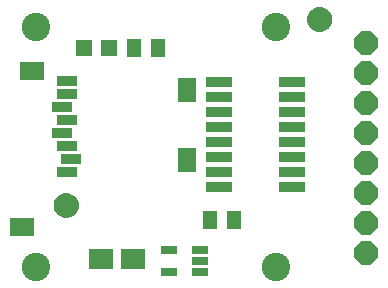
<source format=gbr>
G04 EAGLE Gerber RS-274X export*
G75*
%MOMM*%
%FSLAX34Y34*%
%LPD*%
%INSoldermask Top*%
%IPPOS*%
%AMOC8*
5,1,8,0,0,1.08239X$1,22.5*%
G01*
%ADD10C,2.403200*%
%ADD11R,2.235200X0.863600*%
%ADD12R,2.103200X1.603200*%
%ADD13R,1.603200X2.003200*%
%ADD14R,1.703200X0.903200*%
%ADD15R,1.403200X0.753200*%
%ADD16R,2.153200X1.703200*%
%ADD17R,1.303200X1.603200*%
%ADD18P,2.144431X8X202.500000*%
%ADD19R,1.403200X1.403200*%

G36*
X267222Y224470D02*
X267222Y224470D01*
X267265Y224482D01*
X267331Y224489D01*
X269014Y224940D01*
X269055Y224959D01*
X269118Y224978D01*
X270698Y225715D01*
X270735Y225741D01*
X270794Y225770D01*
X272222Y226770D01*
X272253Y226802D01*
X272306Y226841D01*
X273539Y228074D01*
X273564Y228110D01*
X273610Y228158D01*
X274610Y229586D01*
X274628Y229627D01*
X274665Y229682D01*
X275402Y231262D01*
X275413Y231305D01*
X275440Y231366D01*
X275891Y233049D01*
X275893Y233081D01*
X275900Y233102D01*
X275900Y233117D01*
X275910Y233158D01*
X276062Y234895D01*
X276058Y234939D01*
X276062Y235005D01*
X275910Y236742D01*
X275898Y236785D01*
X275891Y236851D01*
X275440Y238534D01*
X275421Y238575D01*
X275402Y238638D01*
X274665Y240218D01*
X274639Y240255D01*
X274610Y240314D01*
X273610Y241742D01*
X273578Y241773D01*
X273539Y241826D01*
X272306Y243059D01*
X272270Y243084D01*
X272222Y243130D01*
X270794Y244130D01*
X270753Y244148D01*
X270698Y244185D01*
X269118Y244922D01*
X269075Y244933D01*
X269014Y244960D01*
X267331Y245411D01*
X267286Y245414D01*
X267222Y245430D01*
X265485Y245582D01*
X265441Y245578D01*
X265375Y245582D01*
X263638Y245430D01*
X263595Y245418D01*
X263529Y245411D01*
X261846Y244960D01*
X261805Y244941D01*
X261742Y244922D01*
X260162Y244185D01*
X260125Y244159D01*
X260066Y244130D01*
X258638Y243130D01*
X258607Y243098D01*
X258554Y243059D01*
X257321Y241826D01*
X257296Y241790D01*
X257250Y241742D01*
X256250Y240314D01*
X256232Y240273D01*
X256195Y240218D01*
X255458Y238638D01*
X255447Y238595D01*
X255420Y238534D01*
X254969Y236851D01*
X254966Y236806D01*
X254950Y236742D01*
X254798Y235005D01*
X254802Y234961D01*
X254798Y234895D01*
X254950Y233158D01*
X254962Y233115D01*
X254966Y233081D01*
X254966Y233065D01*
X254968Y233060D01*
X254969Y233049D01*
X255420Y231366D01*
X255439Y231325D01*
X255458Y231262D01*
X256195Y229682D01*
X256221Y229645D01*
X256250Y229586D01*
X257250Y228158D01*
X257282Y228127D01*
X257321Y228074D01*
X258554Y226841D01*
X258590Y226816D01*
X258638Y226770D01*
X260066Y225770D01*
X260107Y225752D01*
X260162Y225715D01*
X261742Y224978D01*
X261785Y224967D01*
X261846Y224940D01*
X263529Y224489D01*
X263574Y224486D01*
X263638Y224470D01*
X265375Y224318D01*
X265419Y224322D01*
X265485Y224318D01*
X267222Y224470D01*
G37*
G36*
X52592Y66990D02*
X52592Y66990D01*
X52635Y67002D01*
X52701Y67009D01*
X54384Y67460D01*
X54425Y67479D01*
X54488Y67498D01*
X56068Y68235D01*
X56105Y68261D01*
X56164Y68290D01*
X57592Y69290D01*
X57623Y69322D01*
X57676Y69361D01*
X58909Y70594D01*
X58934Y70630D01*
X58980Y70678D01*
X59980Y72106D01*
X59998Y72147D01*
X60035Y72202D01*
X60772Y73782D01*
X60783Y73825D01*
X60810Y73886D01*
X61261Y75569D01*
X61263Y75601D01*
X61270Y75622D01*
X61270Y75637D01*
X61280Y75678D01*
X61432Y77415D01*
X61428Y77459D01*
X61432Y77525D01*
X61280Y79262D01*
X61268Y79305D01*
X61261Y79371D01*
X60810Y81054D01*
X60791Y81095D01*
X60772Y81158D01*
X60035Y82738D01*
X60009Y82775D01*
X59980Y82834D01*
X58980Y84262D01*
X58948Y84293D01*
X58909Y84346D01*
X57676Y85579D01*
X57640Y85604D01*
X57592Y85650D01*
X56164Y86650D01*
X56123Y86668D01*
X56068Y86705D01*
X54488Y87442D01*
X54445Y87453D01*
X54384Y87480D01*
X52701Y87931D01*
X52656Y87934D01*
X52592Y87950D01*
X50855Y88102D01*
X50811Y88098D01*
X50745Y88102D01*
X49008Y87950D01*
X48965Y87938D01*
X48899Y87931D01*
X47216Y87480D01*
X47175Y87461D01*
X47112Y87442D01*
X45532Y86705D01*
X45495Y86679D01*
X45436Y86650D01*
X44008Y85650D01*
X43977Y85618D01*
X43924Y85579D01*
X42691Y84346D01*
X42666Y84310D01*
X42620Y84262D01*
X41620Y82834D01*
X41602Y82793D01*
X41565Y82738D01*
X40828Y81158D01*
X40817Y81115D01*
X40790Y81054D01*
X40339Y79371D01*
X40336Y79326D01*
X40320Y79262D01*
X40168Y77525D01*
X40172Y77481D01*
X40168Y77415D01*
X40320Y75678D01*
X40332Y75635D01*
X40336Y75601D01*
X40336Y75585D01*
X40338Y75580D01*
X40339Y75569D01*
X40790Y73886D01*
X40809Y73845D01*
X40828Y73782D01*
X41565Y72202D01*
X41591Y72165D01*
X41620Y72106D01*
X42620Y70678D01*
X42652Y70647D01*
X42691Y70594D01*
X43924Y69361D01*
X43960Y69336D01*
X44008Y69290D01*
X45436Y68290D01*
X45477Y68272D01*
X45532Y68235D01*
X47112Y67498D01*
X47155Y67487D01*
X47216Y67460D01*
X48899Y67009D01*
X48944Y67006D01*
X49008Y66990D01*
X50745Y66838D01*
X50789Y66842D01*
X50855Y66838D01*
X52592Y66990D01*
G37*
D10*
X25400Y228600D03*
X25400Y25400D03*
X228600Y228600D03*
X228600Y25400D03*
D11*
X180086Y181610D03*
X241554Y181610D03*
X180086Y168910D03*
X180086Y156210D03*
X241554Y168910D03*
X241554Y156210D03*
X180086Y143510D03*
X241554Y143510D03*
X180086Y130810D03*
X241554Y130810D03*
X180086Y118110D03*
X180086Y105410D03*
X241554Y118110D03*
X241554Y105410D03*
X180086Y92710D03*
X241554Y92710D03*
D12*
X22080Y191580D03*
X13080Y59580D03*
D13*
X153080Y175580D03*
X153080Y115580D03*
D14*
X51080Y182580D03*
X51080Y171580D03*
X47080Y160580D03*
X51080Y149580D03*
X47080Y138580D03*
X51080Y127580D03*
X55080Y116580D03*
X51080Y105580D03*
D15*
X164130Y20980D03*
X164130Y30480D03*
X164130Y39980D03*
X138130Y39980D03*
X138130Y20980D03*
D16*
X107730Y31750D03*
X80230Y31750D03*
D17*
X172880Y64770D03*
X192880Y64770D03*
D18*
X304800Y36830D03*
X304800Y62230D03*
X304800Y87630D03*
X304800Y113030D03*
X304800Y138430D03*
X304800Y163830D03*
X304800Y189230D03*
X304800Y214630D03*
D19*
X86700Y210820D03*
X65700Y210820D03*
D17*
X128110Y210820D03*
X108110Y210820D03*
M02*

</source>
